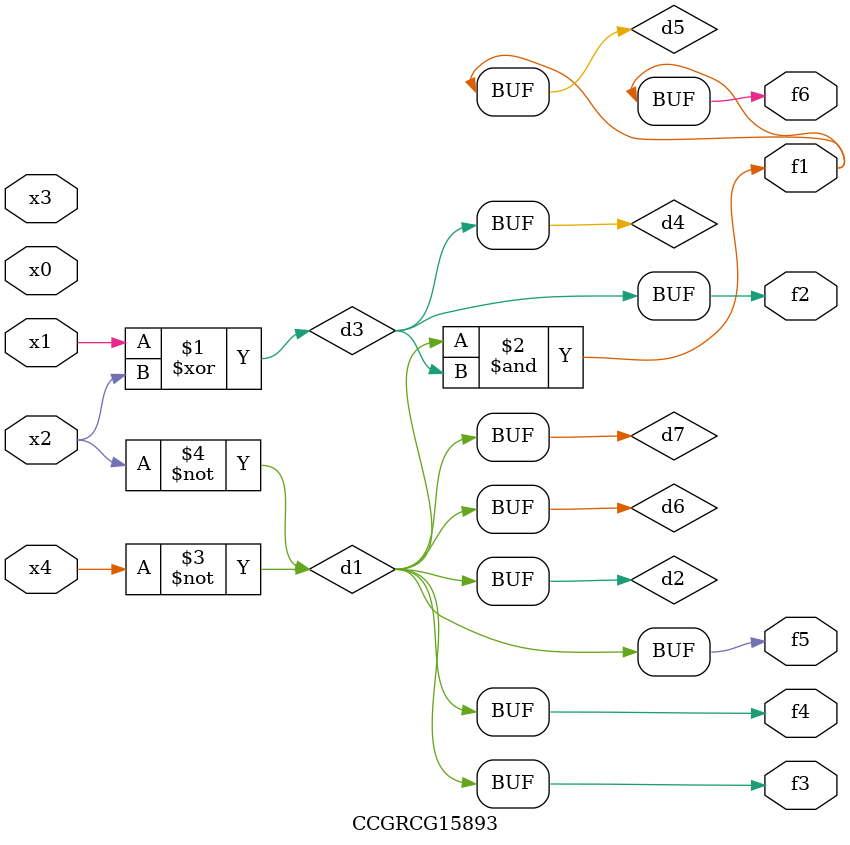
<source format=v>
module CCGRCG15893(
	input x0, x1, x2, x3, x4,
	output f1, f2, f3, f4, f5, f6
);

	wire d1, d2, d3, d4, d5, d6, d7;

	not (d1, x4);
	not (d2, x2);
	xor (d3, x1, x2);
	buf (d4, d3);
	and (d5, d1, d3);
	buf (d6, d1, d2);
	buf (d7, d2);
	assign f1 = d5;
	assign f2 = d4;
	assign f3 = d7;
	assign f4 = d7;
	assign f5 = d7;
	assign f6 = d5;
endmodule

</source>
